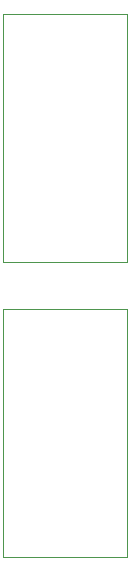
<source format=gbr>
%TF.GenerationSoftware,Altium Limited,Altium Designer,21.8.1 (53)*%
G04 Layer_Color=32768*
%FSLAX43Y43*%
%MOMM*%
%TF.SameCoordinates,EC881490-E286-48FB-906B-DE43019234B0*%
%TF.FilePolarity,Positive*%
%TF.FileFunction,Other,Mechanical_15*%
%TF.Part,Single*%
G01*
G75*
%TA.AperFunction,NonConductor*%
%ADD39C,0.050*%
D39*
X29560Y49620D02*
X40060D01*
Y28600D02*
Y49620D01*
X29560Y28600D02*
X40060D01*
X29560D02*
Y49620D01*
Y24620D02*
X40060D01*
Y3600D02*
Y24620D01*
X29560Y3600D02*
X40060D01*
X29560D02*
Y24620D01*
%TF.MD5,1158e7e909ed0f8d1302e8f7ea816e8f*%
M02*

</source>
